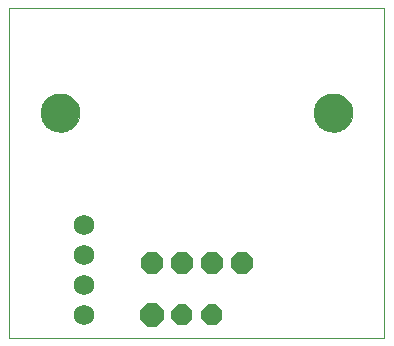
<source format=gbs>
G75*
G70*
%OFA0B0*%
%FSLAX24Y24*%
%IPPOS*%
%LPD*%
%AMOC8*
5,1,8,0,0,1.08239X$1,22.5*
%
%ADD10C,0.0000*%
%ADD11C,0.1300*%
%ADD12OC8,0.0740*%
%ADD13OC8,0.0700*%
%ADD14C,0.0690*%
%ADD15OC8,0.0800*%
D10*
X000100Y000100D02*
X000100Y011100D01*
X012600Y011100D01*
X012600Y000100D01*
X000100Y000100D01*
X001170Y007600D02*
X001172Y007650D01*
X001178Y007700D01*
X001188Y007749D01*
X001202Y007797D01*
X001219Y007844D01*
X001240Y007889D01*
X001265Y007933D01*
X001293Y007974D01*
X001325Y008013D01*
X001359Y008050D01*
X001396Y008084D01*
X001436Y008114D01*
X001478Y008141D01*
X001522Y008165D01*
X001568Y008186D01*
X001615Y008202D01*
X001663Y008215D01*
X001713Y008224D01*
X001762Y008229D01*
X001813Y008230D01*
X001863Y008227D01*
X001912Y008220D01*
X001961Y008209D01*
X002009Y008194D01*
X002055Y008176D01*
X002100Y008154D01*
X002143Y008128D01*
X002184Y008099D01*
X002223Y008067D01*
X002259Y008032D01*
X002291Y007994D01*
X002321Y007954D01*
X002348Y007911D01*
X002371Y007867D01*
X002390Y007821D01*
X002406Y007773D01*
X002418Y007724D01*
X002426Y007675D01*
X002430Y007625D01*
X002430Y007575D01*
X002426Y007525D01*
X002418Y007476D01*
X002406Y007427D01*
X002390Y007379D01*
X002371Y007333D01*
X002348Y007289D01*
X002321Y007246D01*
X002291Y007206D01*
X002259Y007168D01*
X002223Y007133D01*
X002184Y007101D01*
X002143Y007072D01*
X002100Y007046D01*
X002055Y007024D01*
X002009Y007006D01*
X001961Y006991D01*
X001912Y006980D01*
X001863Y006973D01*
X001813Y006970D01*
X001762Y006971D01*
X001713Y006976D01*
X001663Y006985D01*
X001615Y006998D01*
X001568Y007014D01*
X001522Y007035D01*
X001478Y007059D01*
X001436Y007086D01*
X001396Y007116D01*
X001359Y007150D01*
X001325Y007187D01*
X001293Y007226D01*
X001265Y007267D01*
X001240Y007311D01*
X001219Y007356D01*
X001202Y007403D01*
X001188Y007451D01*
X001178Y007500D01*
X001172Y007550D01*
X001170Y007600D01*
X010270Y007600D02*
X010272Y007650D01*
X010278Y007700D01*
X010288Y007749D01*
X010302Y007797D01*
X010319Y007844D01*
X010340Y007889D01*
X010365Y007933D01*
X010393Y007974D01*
X010425Y008013D01*
X010459Y008050D01*
X010496Y008084D01*
X010536Y008114D01*
X010578Y008141D01*
X010622Y008165D01*
X010668Y008186D01*
X010715Y008202D01*
X010763Y008215D01*
X010813Y008224D01*
X010862Y008229D01*
X010913Y008230D01*
X010963Y008227D01*
X011012Y008220D01*
X011061Y008209D01*
X011109Y008194D01*
X011155Y008176D01*
X011200Y008154D01*
X011243Y008128D01*
X011284Y008099D01*
X011323Y008067D01*
X011359Y008032D01*
X011391Y007994D01*
X011421Y007954D01*
X011448Y007911D01*
X011471Y007867D01*
X011490Y007821D01*
X011506Y007773D01*
X011518Y007724D01*
X011526Y007675D01*
X011530Y007625D01*
X011530Y007575D01*
X011526Y007525D01*
X011518Y007476D01*
X011506Y007427D01*
X011490Y007379D01*
X011471Y007333D01*
X011448Y007289D01*
X011421Y007246D01*
X011391Y007206D01*
X011359Y007168D01*
X011323Y007133D01*
X011284Y007101D01*
X011243Y007072D01*
X011200Y007046D01*
X011155Y007024D01*
X011109Y007006D01*
X011061Y006991D01*
X011012Y006980D01*
X010963Y006973D01*
X010913Y006970D01*
X010862Y006971D01*
X010813Y006976D01*
X010763Y006985D01*
X010715Y006998D01*
X010668Y007014D01*
X010622Y007035D01*
X010578Y007059D01*
X010536Y007086D01*
X010496Y007116D01*
X010459Y007150D01*
X010425Y007187D01*
X010393Y007226D01*
X010365Y007267D01*
X010340Y007311D01*
X010319Y007356D01*
X010302Y007403D01*
X010288Y007451D01*
X010278Y007500D01*
X010272Y007550D01*
X010270Y007600D01*
D11*
X010900Y007600D03*
X001800Y007600D03*
D12*
X004850Y002600D03*
X005850Y002600D03*
X006850Y002600D03*
X007850Y002600D03*
D13*
X006850Y000850D03*
X005850Y000850D03*
D14*
X002600Y000850D03*
X002600Y001850D03*
X002600Y002850D03*
X002600Y003850D03*
D15*
X004850Y000850D03*
M02*

</source>
